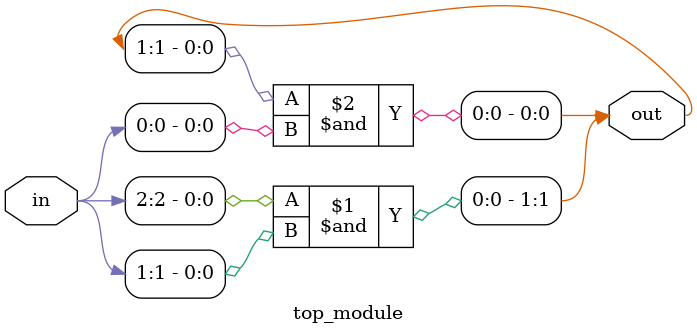
<source format=sv>
module top_module (
	input [2:0] in,
	output [1:0] out
);
	assign out[1] = in[2] & in[1];   // Perform AND gate operation on the 2nd and 1st bits of the input
	assign out[0] = out[1] & in[0];  // Perform AND gate operation on the previous AND output and the 0th bit of the input
endmodule

</source>
